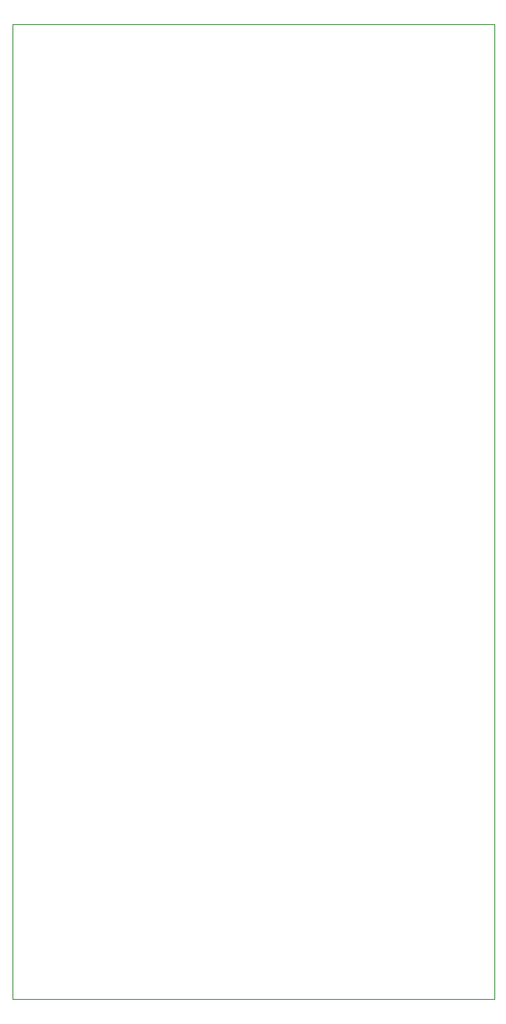
<source format=gbr>
%TF.GenerationSoftware,KiCad,Pcbnew,(5.1.8-0-10_14)*%
%TF.CreationDate,2021-07-20T21:06:28-04:00*%
%TF.ProjectId,fwr2,66777232-2e6b-4696-9361-645f70636258,rev?*%
%TF.SameCoordinates,Original*%
%TF.FileFunction,Profile,NP*%
%FSLAX46Y46*%
G04 Gerber Fmt 4.6, Leading zero omitted, Abs format (unit mm)*
G04 Created by KiCad (PCBNEW (5.1.8-0-10_14)) date 2021-07-20 21:06:28*
%MOMM*%
%LPD*%
G01*
G04 APERTURE LIST*
%TA.AperFunction,Profile*%
%ADD10C,0.050000*%
%TD*%
G04 APERTURE END LIST*
D10*
X100000000Y-149000000D02*
X100000000Y-50000000D01*
X149000000Y-149000000D02*
X100000000Y-149000000D01*
X149000000Y-50000000D02*
X149000000Y-149000000D01*
X100000000Y-50000000D02*
X149000000Y-50000000D01*
M02*

</source>
